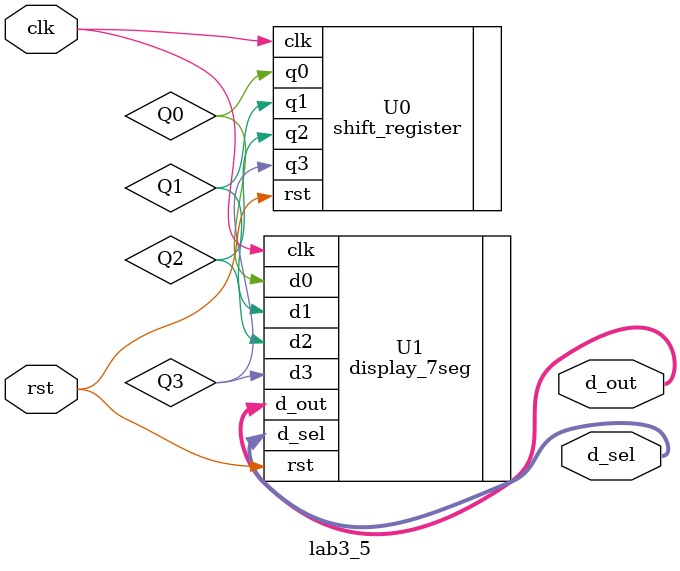
<source format=v>
`timescale 1ns / 1ps

`define DIGIT_N 4
`define SEGMENT_N 8

module lab3_5(
    d_sel,
    d_out,
    clk,
    rst
    );
    
    output [`DIGIT_N-1:0]d_sel;
    output [`SEGMENT_N-1:0]d_out;
    input clk;
    input rst;
    
    wire Q0;
    wire Q1;
    wire Q2;
    wire Q3;
    
    shift_register U0(.clk(clk), .rst(rst), .q0(Q0), .q1(Q1), .q2(Q2), .q3(Q3));
    display_7seg U1(.clk(clk), .rst(rst), .d0(Q0), .d1(Q1), .d2(Q2), .d3(Q3), .d_sel(d_sel), .d_out(d_out));
endmodule

</source>
